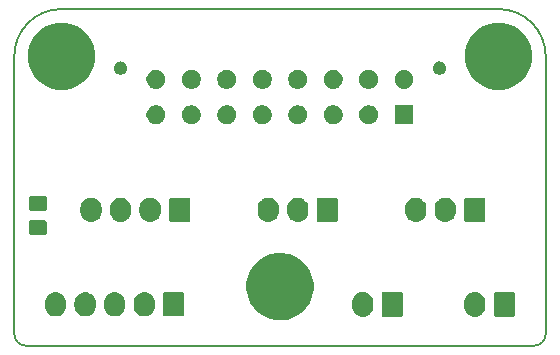
<source format=gts>
%TF.GenerationSoftware,KiCad,Pcbnew,5.0.2+dfsg1-1*%
%TF.CreationDate,2022-04-03T13:41:23+09:00*%
%TF.ProjectId,toolhead-board,746f6f6c-6865-4616-942d-626f6172642e,rev?*%
%TF.SameCoordinates,Original*%
%TF.FileFunction,Soldermask,Top*%
%TF.FilePolarity,Negative*%
%FSLAX46Y46*%
G04 Gerber Fmt 4.6, Leading zero omitted, Abs format (unit mm)*
G04 Created by KiCad (PCBNEW 5.0.2+dfsg1-1) date Sun 03 Apr 2022 01:41:23 PM JST*
%MOMM*%
%LPD*%
G01*
G04 APERTURE LIST*
%ADD10C,0.150000*%
%ADD11C,0.100000*%
G04 APERTURE END LIST*
D10*
X165000000Y-98500000D02*
G75*
G02X164000000Y-99500000I-1000000J0D01*
G01*
X121000000Y-99500000D02*
G75*
G02X120000000Y-98500000I0J1000000D01*
G01*
X161000000Y-71000000D02*
G75*
G02X165000000Y-75000000I0J-4000000D01*
G01*
X120000000Y-75000000D02*
G75*
G02X124000000Y-71000000I4000000J0D01*
G01*
X120000000Y-75000000D02*
X120000000Y-98500000D01*
X161000000Y-71000000D02*
X124000000Y-71000000D01*
X165000000Y-98500000D02*
X165000000Y-75000000D01*
X121000000Y-99500000D02*
X164000000Y-99500000D01*
D11*
G36*
X143056202Y-91703781D02*
X143331606Y-91758562D01*
X143850455Y-91973476D01*
X144314259Y-92283380D01*
X144317410Y-92285486D01*
X144714514Y-92682590D01*
X144714516Y-92682593D01*
X145026524Y-93149545D01*
X145026524Y-93149546D01*
X145241438Y-93668395D01*
X145351000Y-94219200D01*
X145351000Y-94780800D01*
X145308659Y-94993661D01*
X145241438Y-95331606D01*
X145026524Y-95850455D01*
X144813505Y-96169260D01*
X144714514Y-96317410D01*
X144317410Y-96714514D01*
X144317407Y-96714516D01*
X143850455Y-97026524D01*
X143331606Y-97241438D01*
X143056202Y-97296219D01*
X142780800Y-97351000D01*
X142219200Y-97351000D01*
X141668394Y-97241438D01*
X141149545Y-97026524D01*
X140682593Y-96714516D01*
X140682590Y-96714514D01*
X140285486Y-96317410D01*
X140186495Y-96169260D01*
X139973476Y-95850455D01*
X139758562Y-95331606D01*
X139691341Y-94993661D01*
X139649000Y-94780800D01*
X139649000Y-94219200D01*
X139758562Y-93668395D01*
X139973476Y-93149546D01*
X139973476Y-93149545D01*
X140285484Y-92682593D01*
X140285486Y-92682590D01*
X140682590Y-92285486D01*
X140685741Y-92283380D01*
X141149545Y-91973476D01*
X141668394Y-91758562D01*
X142219200Y-91649000D01*
X142780800Y-91649000D01*
X143056202Y-91703781D01*
X143056202Y-91703781D01*
G37*
G36*
X149676627Y-94962037D02*
X149782562Y-94994172D01*
X149846467Y-95013557D01*
X149977040Y-95083351D01*
X150002991Y-95097222D01*
X150026359Y-95116400D01*
X150140186Y-95209814D01*
X150223448Y-95311271D01*
X150252778Y-95347009D01*
X150336443Y-95503534D01*
X150387963Y-95673374D01*
X150401000Y-95805743D01*
X150401000Y-96194258D01*
X150387963Y-96326627D01*
X150353616Y-96439853D01*
X150336443Y-96496467D01*
X150266142Y-96627989D01*
X150252778Y-96652991D01*
X150223448Y-96688729D01*
X150140186Y-96790186D01*
X150002989Y-96902779D01*
X149846466Y-96986443D01*
X149815929Y-96995706D01*
X149676626Y-97037963D01*
X149500000Y-97055359D01*
X149323373Y-97037963D01*
X149184070Y-96995706D01*
X149153533Y-96986443D01*
X148997011Y-96902779D01*
X148997009Y-96902778D01*
X148947822Y-96862411D01*
X148859814Y-96790186D01*
X148747221Y-96652989D01*
X148663557Y-96496466D01*
X148646384Y-96439852D01*
X148612037Y-96326626D01*
X148599000Y-96194257D01*
X148599000Y-95805742D01*
X148612037Y-95673373D01*
X148655973Y-95528534D01*
X148663557Y-95503533D01*
X148747222Y-95347008D01*
X148859812Y-95209817D01*
X148954750Y-95131904D01*
X148997010Y-95097222D01*
X149022961Y-95083351D01*
X149153534Y-95013557D01*
X149217439Y-94994172D01*
X149323374Y-94962037D01*
X149500000Y-94944641D01*
X149676627Y-94962037D01*
X149676627Y-94962037D01*
G37*
G36*
X159176627Y-94962037D02*
X159282562Y-94994172D01*
X159346467Y-95013557D01*
X159477040Y-95083351D01*
X159502991Y-95097222D01*
X159526359Y-95116400D01*
X159640186Y-95209814D01*
X159723448Y-95311271D01*
X159752778Y-95347009D01*
X159836443Y-95503534D01*
X159887963Y-95673374D01*
X159901000Y-95805743D01*
X159901000Y-96194258D01*
X159887963Y-96326627D01*
X159853616Y-96439853D01*
X159836443Y-96496467D01*
X159766142Y-96627989D01*
X159752778Y-96652991D01*
X159723448Y-96688729D01*
X159640186Y-96790186D01*
X159502989Y-96902779D01*
X159346466Y-96986443D01*
X159315929Y-96995706D01*
X159176626Y-97037963D01*
X159000000Y-97055359D01*
X158823373Y-97037963D01*
X158684070Y-96995706D01*
X158653533Y-96986443D01*
X158497011Y-96902779D01*
X158497009Y-96902778D01*
X158447822Y-96862411D01*
X158359814Y-96790186D01*
X158247221Y-96652989D01*
X158163557Y-96496466D01*
X158146384Y-96439852D01*
X158112037Y-96326626D01*
X158099000Y-96194257D01*
X158099000Y-95805742D01*
X158112037Y-95673373D01*
X158155973Y-95528534D01*
X158163557Y-95503533D01*
X158247222Y-95347008D01*
X158359812Y-95209817D01*
X158454750Y-95131904D01*
X158497010Y-95097222D01*
X158522961Y-95083351D01*
X158653534Y-95013557D01*
X158717439Y-94994172D01*
X158823374Y-94962037D01*
X159000000Y-94944641D01*
X159176627Y-94962037D01*
X159176627Y-94962037D01*
G37*
G36*
X162258600Y-94952989D02*
X162291649Y-94963014D01*
X162322106Y-94979294D01*
X162348799Y-95001201D01*
X162370706Y-95027894D01*
X162386986Y-95058351D01*
X162397011Y-95091400D01*
X162401000Y-95131904D01*
X162401000Y-96868096D01*
X162397011Y-96908600D01*
X162386986Y-96941649D01*
X162370706Y-96972106D01*
X162348799Y-96998799D01*
X162322106Y-97020706D01*
X162291649Y-97036986D01*
X162258600Y-97047011D01*
X162218096Y-97051000D01*
X160781904Y-97051000D01*
X160741400Y-97047011D01*
X160708351Y-97036986D01*
X160677894Y-97020706D01*
X160651201Y-96998799D01*
X160629294Y-96972106D01*
X160613014Y-96941649D01*
X160602989Y-96908600D01*
X160599000Y-96868096D01*
X160599000Y-95131904D01*
X160602989Y-95091400D01*
X160613014Y-95058351D01*
X160629294Y-95027894D01*
X160651201Y-95001201D01*
X160677894Y-94979294D01*
X160708351Y-94963014D01*
X160741400Y-94952989D01*
X160781904Y-94949000D01*
X162218096Y-94949000D01*
X162258600Y-94952989D01*
X162258600Y-94952989D01*
G37*
G36*
X152758600Y-94952989D02*
X152791649Y-94963014D01*
X152822106Y-94979294D01*
X152848799Y-95001201D01*
X152870706Y-95027894D01*
X152886986Y-95058351D01*
X152897011Y-95091400D01*
X152901000Y-95131904D01*
X152901000Y-96868096D01*
X152897011Y-96908600D01*
X152886986Y-96941649D01*
X152870706Y-96972106D01*
X152848799Y-96998799D01*
X152822106Y-97020706D01*
X152791649Y-97036986D01*
X152758600Y-97047011D01*
X152718096Y-97051000D01*
X151281904Y-97051000D01*
X151241400Y-97047011D01*
X151208351Y-97036986D01*
X151177894Y-97020706D01*
X151151201Y-96998799D01*
X151129294Y-96972106D01*
X151113014Y-96941649D01*
X151102989Y-96908600D01*
X151099000Y-96868096D01*
X151099000Y-95131904D01*
X151102989Y-95091400D01*
X151113014Y-95058351D01*
X151129294Y-95027894D01*
X151151201Y-95001201D01*
X151177894Y-94979294D01*
X151208351Y-94963014D01*
X151241400Y-94952989D01*
X151281904Y-94949000D01*
X152718096Y-94949000D01*
X152758600Y-94952989D01*
X152758600Y-94952989D01*
G37*
G36*
X126176627Y-94987037D02*
X126289853Y-95021384D01*
X126346467Y-95038557D01*
X126456218Y-95097221D01*
X126502991Y-95122222D01*
X126538729Y-95151552D01*
X126640186Y-95234814D01*
X126719619Y-95331605D01*
X126752778Y-95372009D01*
X126836443Y-95528534D01*
X126887963Y-95698374D01*
X126887963Y-95698376D01*
X126898538Y-95805740D01*
X126901000Y-95830743D01*
X126901000Y-96169258D01*
X126887963Y-96301627D01*
X126880379Y-96326627D01*
X126836443Y-96471467D01*
X126823080Y-96496467D01*
X126752778Y-96627991D01*
X126732262Y-96652990D01*
X126640186Y-96765186D01*
X126502989Y-96877779D01*
X126346466Y-96961443D01*
X126311314Y-96972106D01*
X126176626Y-97012963D01*
X126000000Y-97030359D01*
X125823373Y-97012963D01*
X125688685Y-96972106D01*
X125653533Y-96961443D01*
X125497011Y-96877779D01*
X125497009Y-96877778D01*
X125448173Y-96837699D01*
X125359814Y-96765186D01*
X125247221Y-96627989D01*
X125163557Y-96471466D01*
X125119621Y-96326626D01*
X125112037Y-96301626D01*
X125105519Y-96235442D01*
X125099000Y-96169259D01*
X125099000Y-95830740D01*
X125112037Y-95698375D01*
X125112037Y-95698373D01*
X125163557Y-95528534D01*
X125163557Y-95528533D01*
X125247222Y-95372008D01*
X125359812Y-95234817D01*
X125454750Y-95156904D01*
X125497010Y-95122222D01*
X125543783Y-95097221D01*
X125653534Y-95038557D01*
X125710148Y-95021384D01*
X125823374Y-94987037D01*
X126000000Y-94969641D01*
X126176627Y-94987037D01*
X126176627Y-94987037D01*
G37*
G36*
X128676627Y-94987037D02*
X128789853Y-95021384D01*
X128846467Y-95038557D01*
X128956218Y-95097221D01*
X129002991Y-95122222D01*
X129038729Y-95151552D01*
X129140186Y-95234814D01*
X129219619Y-95331605D01*
X129252778Y-95372009D01*
X129336443Y-95528534D01*
X129387963Y-95698374D01*
X129387963Y-95698376D01*
X129398538Y-95805740D01*
X129401000Y-95830743D01*
X129401000Y-96169258D01*
X129387963Y-96301627D01*
X129380379Y-96326627D01*
X129336443Y-96471467D01*
X129323080Y-96496467D01*
X129252778Y-96627991D01*
X129232262Y-96652990D01*
X129140186Y-96765186D01*
X129002989Y-96877779D01*
X128846466Y-96961443D01*
X128811314Y-96972106D01*
X128676626Y-97012963D01*
X128500000Y-97030359D01*
X128323373Y-97012963D01*
X128188685Y-96972106D01*
X128153533Y-96961443D01*
X127997011Y-96877779D01*
X127997009Y-96877778D01*
X127948173Y-96837699D01*
X127859814Y-96765186D01*
X127747221Y-96627989D01*
X127663557Y-96471466D01*
X127619621Y-96326626D01*
X127612037Y-96301626D01*
X127605519Y-96235442D01*
X127599000Y-96169259D01*
X127599000Y-95830740D01*
X127612037Y-95698375D01*
X127612037Y-95698373D01*
X127663557Y-95528534D01*
X127663557Y-95528533D01*
X127747222Y-95372008D01*
X127859812Y-95234817D01*
X127954750Y-95156904D01*
X127997010Y-95122222D01*
X128043783Y-95097221D01*
X128153534Y-95038557D01*
X128210148Y-95021384D01*
X128323374Y-94987037D01*
X128500000Y-94969641D01*
X128676627Y-94987037D01*
X128676627Y-94987037D01*
G37*
G36*
X131176627Y-94987037D02*
X131289853Y-95021384D01*
X131346467Y-95038557D01*
X131456218Y-95097221D01*
X131502991Y-95122222D01*
X131538729Y-95151552D01*
X131640186Y-95234814D01*
X131719619Y-95331605D01*
X131752778Y-95372009D01*
X131836443Y-95528534D01*
X131887963Y-95698374D01*
X131887963Y-95698376D01*
X131898538Y-95805740D01*
X131901000Y-95830743D01*
X131901000Y-96169258D01*
X131887963Y-96301627D01*
X131880379Y-96326627D01*
X131836443Y-96471467D01*
X131823080Y-96496467D01*
X131752778Y-96627991D01*
X131732262Y-96652990D01*
X131640186Y-96765186D01*
X131502989Y-96877779D01*
X131346466Y-96961443D01*
X131311314Y-96972106D01*
X131176626Y-97012963D01*
X131000000Y-97030359D01*
X130823373Y-97012963D01*
X130688685Y-96972106D01*
X130653533Y-96961443D01*
X130497011Y-96877779D01*
X130497009Y-96877778D01*
X130448173Y-96837699D01*
X130359814Y-96765186D01*
X130247221Y-96627989D01*
X130163557Y-96471466D01*
X130119621Y-96326626D01*
X130112037Y-96301626D01*
X130105519Y-96235442D01*
X130099000Y-96169259D01*
X130099000Y-95830740D01*
X130112037Y-95698375D01*
X130112037Y-95698373D01*
X130163557Y-95528534D01*
X130163557Y-95528533D01*
X130247222Y-95372008D01*
X130359812Y-95234817D01*
X130454750Y-95156904D01*
X130497010Y-95122222D01*
X130543783Y-95097221D01*
X130653534Y-95038557D01*
X130710148Y-95021384D01*
X130823374Y-94987037D01*
X131000000Y-94969641D01*
X131176627Y-94987037D01*
X131176627Y-94987037D01*
G37*
G36*
X123676627Y-94987037D02*
X123789853Y-95021384D01*
X123846467Y-95038557D01*
X123956218Y-95097221D01*
X124002991Y-95122222D01*
X124038729Y-95151552D01*
X124140186Y-95234814D01*
X124219619Y-95331605D01*
X124252778Y-95372009D01*
X124336443Y-95528534D01*
X124387963Y-95698374D01*
X124387963Y-95698376D01*
X124398538Y-95805740D01*
X124401000Y-95830743D01*
X124401000Y-96169258D01*
X124387963Y-96301627D01*
X124380379Y-96326627D01*
X124336443Y-96471467D01*
X124323080Y-96496467D01*
X124252778Y-96627991D01*
X124232262Y-96652990D01*
X124140186Y-96765186D01*
X124002989Y-96877779D01*
X123846466Y-96961443D01*
X123811314Y-96972106D01*
X123676626Y-97012963D01*
X123500000Y-97030359D01*
X123323373Y-97012963D01*
X123188685Y-96972106D01*
X123153533Y-96961443D01*
X122997011Y-96877779D01*
X122997009Y-96877778D01*
X122948173Y-96837699D01*
X122859814Y-96765186D01*
X122747221Y-96627989D01*
X122663557Y-96471466D01*
X122619621Y-96326626D01*
X122612037Y-96301626D01*
X122605519Y-96235442D01*
X122599000Y-96169259D01*
X122599000Y-95830740D01*
X122612037Y-95698375D01*
X122612037Y-95698373D01*
X122663557Y-95528534D01*
X122663557Y-95528533D01*
X122747222Y-95372008D01*
X122859812Y-95234817D01*
X122954750Y-95156904D01*
X122997010Y-95122222D01*
X123043783Y-95097221D01*
X123153534Y-95038557D01*
X123210148Y-95021384D01*
X123323374Y-94987037D01*
X123500000Y-94969641D01*
X123676627Y-94987037D01*
X123676627Y-94987037D01*
G37*
G36*
X134258600Y-94977989D02*
X134291649Y-94988014D01*
X134322106Y-95004294D01*
X134348799Y-95026201D01*
X134370706Y-95052894D01*
X134386986Y-95083351D01*
X134397011Y-95116400D01*
X134401000Y-95156904D01*
X134401000Y-96843096D01*
X134397011Y-96883600D01*
X134386986Y-96916649D01*
X134370706Y-96947106D01*
X134348799Y-96973799D01*
X134322106Y-96995706D01*
X134291649Y-97011986D01*
X134258600Y-97022011D01*
X134218096Y-97026000D01*
X132781904Y-97026000D01*
X132741400Y-97022011D01*
X132708351Y-97011986D01*
X132677894Y-96995706D01*
X132651201Y-96973799D01*
X132629294Y-96947106D01*
X132613014Y-96916649D01*
X132602989Y-96883600D01*
X132599000Y-96843096D01*
X132599000Y-95156904D01*
X132602989Y-95116400D01*
X132613014Y-95083351D01*
X132629294Y-95052894D01*
X132651201Y-95026201D01*
X132677894Y-95004294D01*
X132708351Y-94988014D01*
X132741400Y-94977989D01*
X132781904Y-94974000D01*
X134218096Y-94974000D01*
X134258600Y-94977989D01*
X134258600Y-94977989D01*
G37*
G36*
X122588677Y-88878465D02*
X122626364Y-88889898D01*
X122661103Y-88908466D01*
X122691548Y-88933452D01*
X122716534Y-88963897D01*
X122735102Y-88998636D01*
X122746535Y-89036323D01*
X122751000Y-89081661D01*
X122751000Y-89918339D01*
X122746535Y-89963677D01*
X122735102Y-90001364D01*
X122716534Y-90036103D01*
X122691548Y-90066548D01*
X122661103Y-90091534D01*
X122626364Y-90110102D01*
X122588677Y-90121535D01*
X122543339Y-90126000D01*
X121456661Y-90126000D01*
X121411323Y-90121535D01*
X121373636Y-90110102D01*
X121338897Y-90091534D01*
X121308452Y-90066548D01*
X121283466Y-90036103D01*
X121264898Y-90001364D01*
X121253465Y-89963677D01*
X121249000Y-89918339D01*
X121249000Y-89081661D01*
X121253465Y-89036323D01*
X121264898Y-88998636D01*
X121283466Y-88963897D01*
X121308452Y-88933452D01*
X121338897Y-88908466D01*
X121373636Y-88889898D01*
X121411323Y-88878465D01*
X121456661Y-88874000D01*
X122543339Y-88874000D01*
X122588677Y-88878465D01*
X122588677Y-88878465D01*
G37*
G36*
X131676627Y-86987037D02*
X131789853Y-87021384D01*
X131846467Y-87038557D01*
X131954257Y-87096173D01*
X132002991Y-87122222D01*
X132038729Y-87151552D01*
X132140186Y-87234814D01*
X132223448Y-87336271D01*
X132252778Y-87372009D01*
X132336443Y-87528534D01*
X132387963Y-87698374D01*
X132401000Y-87830743D01*
X132401000Y-88169258D01*
X132387963Y-88301627D01*
X132353616Y-88414853D01*
X132336443Y-88471467D01*
X132262348Y-88610087D01*
X132252778Y-88627991D01*
X132223448Y-88663729D01*
X132140186Y-88765186D01*
X132002989Y-88877779D01*
X131846466Y-88961443D01*
X131805733Y-88973799D01*
X131676626Y-89012963D01*
X131500000Y-89030359D01*
X131323373Y-89012963D01*
X131194266Y-88973799D01*
X131153533Y-88961443D01*
X131007901Y-88883600D01*
X130997009Y-88877778D01*
X130954749Y-88843096D01*
X130859814Y-88765186D01*
X130747221Y-88627989D01*
X130663557Y-88471466D01*
X130646384Y-88414852D01*
X130612037Y-88301626D01*
X130599000Y-88169257D01*
X130599000Y-87830742D01*
X130612037Y-87698373D01*
X130663557Y-87528534D01*
X130663557Y-87528533D01*
X130747222Y-87372008D01*
X130859812Y-87234817D01*
X130954750Y-87156904D01*
X130997010Y-87122222D01*
X131045744Y-87096173D01*
X131153534Y-87038557D01*
X131210148Y-87021384D01*
X131323374Y-86987037D01*
X131500000Y-86969641D01*
X131676627Y-86987037D01*
X131676627Y-86987037D01*
G37*
G36*
X154176627Y-86987037D02*
X154289853Y-87021384D01*
X154346467Y-87038557D01*
X154454257Y-87096173D01*
X154502991Y-87122222D01*
X154538729Y-87151552D01*
X154640186Y-87234814D01*
X154723448Y-87336271D01*
X154752778Y-87372009D01*
X154836443Y-87528534D01*
X154887963Y-87698374D01*
X154901000Y-87830743D01*
X154901000Y-88169258D01*
X154887963Y-88301627D01*
X154853616Y-88414853D01*
X154836443Y-88471467D01*
X154762348Y-88610087D01*
X154752778Y-88627991D01*
X154723448Y-88663729D01*
X154640186Y-88765186D01*
X154502989Y-88877779D01*
X154346466Y-88961443D01*
X154305733Y-88973799D01*
X154176626Y-89012963D01*
X154000000Y-89030359D01*
X153823373Y-89012963D01*
X153694266Y-88973799D01*
X153653533Y-88961443D01*
X153507901Y-88883600D01*
X153497009Y-88877778D01*
X153454749Y-88843096D01*
X153359814Y-88765186D01*
X153247221Y-88627989D01*
X153163557Y-88471466D01*
X153146384Y-88414852D01*
X153112037Y-88301626D01*
X153099000Y-88169257D01*
X153099000Y-87830742D01*
X153112037Y-87698373D01*
X153163557Y-87528534D01*
X153163557Y-87528533D01*
X153247222Y-87372008D01*
X153359812Y-87234817D01*
X153454750Y-87156904D01*
X153497010Y-87122222D01*
X153545744Y-87096173D01*
X153653534Y-87038557D01*
X153710148Y-87021384D01*
X153823374Y-86987037D01*
X154000000Y-86969641D01*
X154176627Y-86987037D01*
X154176627Y-86987037D01*
G37*
G36*
X156676627Y-86987037D02*
X156789853Y-87021384D01*
X156846467Y-87038557D01*
X156954257Y-87096173D01*
X157002991Y-87122222D01*
X157038729Y-87151552D01*
X157140186Y-87234814D01*
X157223448Y-87336271D01*
X157252778Y-87372009D01*
X157336443Y-87528534D01*
X157387963Y-87698374D01*
X157401000Y-87830743D01*
X157401000Y-88169258D01*
X157387963Y-88301627D01*
X157353616Y-88414853D01*
X157336443Y-88471467D01*
X157262348Y-88610087D01*
X157252778Y-88627991D01*
X157223448Y-88663729D01*
X157140186Y-88765186D01*
X157002989Y-88877779D01*
X156846466Y-88961443D01*
X156805733Y-88973799D01*
X156676626Y-89012963D01*
X156500000Y-89030359D01*
X156323373Y-89012963D01*
X156194266Y-88973799D01*
X156153533Y-88961443D01*
X156007901Y-88883600D01*
X155997009Y-88877778D01*
X155954749Y-88843096D01*
X155859814Y-88765186D01*
X155747221Y-88627989D01*
X155663557Y-88471466D01*
X155646384Y-88414852D01*
X155612037Y-88301626D01*
X155599000Y-88169257D01*
X155599000Y-87830742D01*
X155612037Y-87698373D01*
X155663557Y-87528534D01*
X155663557Y-87528533D01*
X155747222Y-87372008D01*
X155859812Y-87234817D01*
X155954750Y-87156904D01*
X155997010Y-87122222D01*
X156045744Y-87096173D01*
X156153534Y-87038557D01*
X156210148Y-87021384D01*
X156323374Y-86987037D01*
X156500000Y-86969641D01*
X156676627Y-86987037D01*
X156676627Y-86987037D01*
G37*
G36*
X126676627Y-86987037D02*
X126789853Y-87021384D01*
X126846467Y-87038557D01*
X126954257Y-87096173D01*
X127002991Y-87122222D01*
X127038729Y-87151552D01*
X127140186Y-87234814D01*
X127223448Y-87336271D01*
X127252778Y-87372009D01*
X127336443Y-87528534D01*
X127387963Y-87698374D01*
X127401000Y-87830743D01*
X127401000Y-88169258D01*
X127387963Y-88301627D01*
X127353616Y-88414853D01*
X127336443Y-88471467D01*
X127262348Y-88610087D01*
X127252778Y-88627991D01*
X127223448Y-88663729D01*
X127140186Y-88765186D01*
X127002989Y-88877779D01*
X126846466Y-88961443D01*
X126805733Y-88973799D01*
X126676626Y-89012963D01*
X126500000Y-89030359D01*
X126323373Y-89012963D01*
X126194266Y-88973799D01*
X126153533Y-88961443D01*
X126007901Y-88883600D01*
X125997009Y-88877778D01*
X125954749Y-88843096D01*
X125859814Y-88765186D01*
X125747221Y-88627989D01*
X125663557Y-88471466D01*
X125646384Y-88414852D01*
X125612037Y-88301626D01*
X125599000Y-88169257D01*
X125599000Y-87830742D01*
X125612037Y-87698373D01*
X125663557Y-87528534D01*
X125663557Y-87528533D01*
X125747222Y-87372008D01*
X125859812Y-87234817D01*
X125954750Y-87156904D01*
X125997010Y-87122222D01*
X126045744Y-87096173D01*
X126153534Y-87038557D01*
X126210148Y-87021384D01*
X126323374Y-86987037D01*
X126500000Y-86969641D01*
X126676627Y-86987037D01*
X126676627Y-86987037D01*
G37*
G36*
X144176627Y-86987037D02*
X144289853Y-87021384D01*
X144346467Y-87038557D01*
X144454257Y-87096173D01*
X144502991Y-87122222D01*
X144538729Y-87151552D01*
X144640186Y-87234814D01*
X144723448Y-87336271D01*
X144752778Y-87372009D01*
X144836443Y-87528534D01*
X144887963Y-87698374D01*
X144901000Y-87830743D01*
X144901000Y-88169258D01*
X144887963Y-88301627D01*
X144853616Y-88414853D01*
X144836443Y-88471467D01*
X144762348Y-88610087D01*
X144752778Y-88627991D01*
X144723448Y-88663729D01*
X144640186Y-88765186D01*
X144502989Y-88877779D01*
X144346466Y-88961443D01*
X144305733Y-88973799D01*
X144176626Y-89012963D01*
X144000000Y-89030359D01*
X143823373Y-89012963D01*
X143694266Y-88973799D01*
X143653533Y-88961443D01*
X143507901Y-88883600D01*
X143497009Y-88877778D01*
X143454749Y-88843096D01*
X143359814Y-88765186D01*
X143247221Y-88627989D01*
X143163557Y-88471466D01*
X143146384Y-88414852D01*
X143112037Y-88301626D01*
X143099000Y-88169257D01*
X143099000Y-87830742D01*
X143112037Y-87698373D01*
X143163557Y-87528534D01*
X143163557Y-87528533D01*
X143247222Y-87372008D01*
X143359812Y-87234817D01*
X143454750Y-87156904D01*
X143497010Y-87122222D01*
X143545744Y-87096173D01*
X143653534Y-87038557D01*
X143710148Y-87021384D01*
X143823374Y-86987037D01*
X144000000Y-86969641D01*
X144176627Y-86987037D01*
X144176627Y-86987037D01*
G37*
G36*
X141676627Y-86987037D02*
X141789853Y-87021384D01*
X141846467Y-87038557D01*
X141954257Y-87096173D01*
X142002991Y-87122222D01*
X142038729Y-87151552D01*
X142140186Y-87234814D01*
X142223448Y-87336271D01*
X142252778Y-87372009D01*
X142336443Y-87528534D01*
X142387963Y-87698374D01*
X142401000Y-87830743D01*
X142401000Y-88169258D01*
X142387963Y-88301627D01*
X142353616Y-88414853D01*
X142336443Y-88471467D01*
X142262348Y-88610087D01*
X142252778Y-88627991D01*
X142223448Y-88663729D01*
X142140186Y-88765186D01*
X142002989Y-88877779D01*
X141846466Y-88961443D01*
X141805733Y-88973799D01*
X141676626Y-89012963D01*
X141500000Y-89030359D01*
X141323373Y-89012963D01*
X141194266Y-88973799D01*
X141153533Y-88961443D01*
X141007901Y-88883600D01*
X140997009Y-88877778D01*
X140954749Y-88843096D01*
X140859814Y-88765186D01*
X140747221Y-88627989D01*
X140663557Y-88471466D01*
X140646384Y-88414852D01*
X140612037Y-88301626D01*
X140599000Y-88169257D01*
X140599000Y-87830742D01*
X140612037Y-87698373D01*
X140663557Y-87528534D01*
X140663557Y-87528533D01*
X140747222Y-87372008D01*
X140859812Y-87234817D01*
X140954750Y-87156904D01*
X140997010Y-87122222D01*
X141045744Y-87096173D01*
X141153534Y-87038557D01*
X141210148Y-87021384D01*
X141323374Y-86987037D01*
X141500000Y-86969641D01*
X141676627Y-86987037D01*
X141676627Y-86987037D01*
G37*
G36*
X129176627Y-86987037D02*
X129289853Y-87021384D01*
X129346467Y-87038557D01*
X129454257Y-87096173D01*
X129502991Y-87122222D01*
X129538729Y-87151552D01*
X129640186Y-87234814D01*
X129723448Y-87336271D01*
X129752778Y-87372009D01*
X129836443Y-87528534D01*
X129887963Y-87698374D01*
X129901000Y-87830743D01*
X129901000Y-88169258D01*
X129887963Y-88301627D01*
X129853616Y-88414853D01*
X129836443Y-88471467D01*
X129762348Y-88610087D01*
X129752778Y-88627991D01*
X129723448Y-88663729D01*
X129640186Y-88765186D01*
X129502989Y-88877779D01*
X129346466Y-88961443D01*
X129305733Y-88973799D01*
X129176626Y-89012963D01*
X129000000Y-89030359D01*
X128823373Y-89012963D01*
X128694266Y-88973799D01*
X128653533Y-88961443D01*
X128507901Y-88883600D01*
X128497009Y-88877778D01*
X128454749Y-88843096D01*
X128359814Y-88765186D01*
X128247221Y-88627989D01*
X128163557Y-88471466D01*
X128146384Y-88414852D01*
X128112037Y-88301626D01*
X128099000Y-88169257D01*
X128099000Y-87830742D01*
X128112037Y-87698373D01*
X128163557Y-87528534D01*
X128163557Y-87528533D01*
X128247222Y-87372008D01*
X128359812Y-87234817D01*
X128454750Y-87156904D01*
X128497010Y-87122222D01*
X128545744Y-87096173D01*
X128653534Y-87038557D01*
X128710148Y-87021384D01*
X128823374Y-86987037D01*
X129000000Y-86969641D01*
X129176627Y-86987037D01*
X129176627Y-86987037D01*
G37*
G36*
X159758600Y-86977989D02*
X159791649Y-86988014D01*
X159822106Y-87004294D01*
X159848799Y-87026201D01*
X159870706Y-87052894D01*
X159886986Y-87083351D01*
X159897011Y-87116400D01*
X159901000Y-87156904D01*
X159901000Y-88843096D01*
X159897011Y-88883600D01*
X159886986Y-88916649D01*
X159870706Y-88947106D01*
X159848799Y-88973799D01*
X159822106Y-88995706D01*
X159791649Y-89011986D01*
X159758600Y-89022011D01*
X159718096Y-89026000D01*
X158281904Y-89026000D01*
X158241400Y-89022011D01*
X158208351Y-89011986D01*
X158177894Y-88995706D01*
X158151201Y-88973799D01*
X158129294Y-88947106D01*
X158113014Y-88916649D01*
X158102989Y-88883600D01*
X158099000Y-88843096D01*
X158099000Y-87156904D01*
X158102989Y-87116400D01*
X158113014Y-87083351D01*
X158129294Y-87052894D01*
X158151201Y-87026201D01*
X158177894Y-87004294D01*
X158208351Y-86988014D01*
X158241400Y-86977989D01*
X158281904Y-86974000D01*
X159718096Y-86974000D01*
X159758600Y-86977989D01*
X159758600Y-86977989D01*
G37*
G36*
X147258600Y-86977989D02*
X147291649Y-86988014D01*
X147322106Y-87004294D01*
X147348799Y-87026201D01*
X147370706Y-87052894D01*
X147386986Y-87083351D01*
X147397011Y-87116400D01*
X147401000Y-87156904D01*
X147401000Y-88843096D01*
X147397011Y-88883600D01*
X147386986Y-88916649D01*
X147370706Y-88947106D01*
X147348799Y-88973799D01*
X147322106Y-88995706D01*
X147291649Y-89011986D01*
X147258600Y-89022011D01*
X147218096Y-89026000D01*
X145781904Y-89026000D01*
X145741400Y-89022011D01*
X145708351Y-89011986D01*
X145677894Y-88995706D01*
X145651201Y-88973799D01*
X145629294Y-88947106D01*
X145613014Y-88916649D01*
X145602989Y-88883600D01*
X145599000Y-88843096D01*
X145599000Y-87156904D01*
X145602989Y-87116400D01*
X145613014Y-87083351D01*
X145629294Y-87052894D01*
X145651201Y-87026201D01*
X145677894Y-87004294D01*
X145708351Y-86988014D01*
X145741400Y-86977989D01*
X145781904Y-86974000D01*
X147218096Y-86974000D01*
X147258600Y-86977989D01*
X147258600Y-86977989D01*
G37*
G36*
X134758600Y-86977989D02*
X134791649Y-86988014D01*
X134822106Y-87004294D01*
X134848799Y-87026201D01*
X134870706Y-87052894D01*
X134886986Y-87083351D01*
X134897011Y-87116400D01*
X134901000Y-87156904D01*
X134901000Y-88843096D01*
X134897011Y-88883600D01*
X134886986Y-88916649D01*
X134870706Y-88947106D01*
X134848799Y-88973799D01*
X134822106Y-88995706D01*
X134791649Y-89011986D01*
X134758600Y-89022011D01*
X134718096Y-89026000D01*
X133281904Y-89026000D01*
X133241400Y-89022011D01*
X133208351Y-89011986D01*
X133177894Y-88995706D01*
X133151201Y-88973799D01*
X133129294Y-88947106D01*
X133113014Y-88916649D01*
X133102989Y-88883600D01*
X133099000Y-88843096D01*
X133099000Y-87156904D01*
X133102989Y-87116400D01*
X133113014Y-87083351D01*
X133129294Y-87052894D01*
X133151201Y-87026201D01*
X133177894Y-87004294D01*
X133208351Y-86988014D01*
X133241400Y-86977989D01*
X133281904Y-86974000D01*
X134718096Y-86974000D01*
X134758600Y-86977989D01*
X134758600Y-86977989D01*
G37*
G36*
X122588677Y-86828465D02*
X122626364Y-86839898D01*
X122661103Y-86858466D01*
X122691548Y-86883452D01*
X122716534Y-86913897D01*
X122735102Y-86948636D01*
X122746535Y-86986323D01*
X122751000Y-87031661D01*
X122751000Y-87868339D01*
X122746535Y-87913677D01*
X122735102Y-87951364D01*
X122716534Y-87986103D01*
X122691548Y-88016548D01*
X122661103Y-88041534D01*
X122626364Y-88060102D01*
X122588677Y-88071535D01*
X122543339Y-88076000D01*
X121456661Y-88076000D01*
X121411323Y-88071535D01*
X121373636Y-88060102D01*
X121338897Y-88041534D01*
X121308452Y-88016548D01*
X121283466Y-87986103D01*
X121264898Y-87951364D01*
X121253465Y-87913677D01*
X121249000Y-87868339D01*
X121249000Y-87031661D01*
X121253465Y-86986323D01*
X121264898Y-86948636D01*
X121283466Y-86913897D01*
X121308452Y-86883452D01*
X121338897Y-86858466D01*
X121373636Y-86839898D01*
X121411323Y-86828465D01*
X121456661Y-86824000D01*
X122543339Y-86824000D01*
X122588677Y-86828465D01*
X122588677Y-86828465D01*
G37*
G36*
X132140836Y-79151066D02*
X132233716Y-79169541D01*
X132379534Y-79229941D01*
X132379535Y-79229942D01*
X132510770Y-79317630D01*
X132622370Y-79429230D01*
X132622372Y-79429233D01*
X132710059Y-79560466D01*
X132770459Y-79706284D01*
X132801250Y-79861084D01*
X132801250Y-80018916D01*
X132770459Y-80173716D01*
X132710059Y-80319534D01*
X132710058Y-80319535D01*
X132622370Y-80450770D01*
X132510770Y-80562370D01*
X132510767Y-80562372D01*
X132379534Y-80650059D01*
X132233716Y-80710459D01*
X132140836Y-80728934D01*
X132078918Y-80741250D01*
X131921082Y-80741250D01*
X131859164Y-80728934D01*
X131766284Y-80710459D01*
X131620466Y-80650059D01*
X131489233Y-80562372D01*
X131489230Y-80562370D01*
X131377630Y-80450770D01*
X131289942Y-80319535D01*
X131289941Y-80319534D01*
X131229541Y-80173716D01*
X131198750Y-80018916D01*
X131198750Y-79861084D01*
X131229541Y-79706284D01*
X131289941Y-79560466D01*
X131377628Y-79429233D01*
X131377630Y-79429230D01*
X131489230Y-79317630D01*
X131620465Y-79229942D01*
X131620466Y-79229941D01*
X131766284Y-79169541D01*
X131859164Y-79151066D01*
X131921082Y-79138750D01*
X132078918Y-79138750D01*
X132140836Y-79151066D01*
X132140836Y-79151066D01*
G37*
G36*
X153801244Y-80741250D02*
X152198744Y-80741250D01*
X152198744Y-79138750D01*
X153801244Y-79138750D01*
X153801244Y-80741250D01*
X153801244Y-80741250D01*
G37*
G36*
X147140832Y-79151066D02*
X147233712Y-79169541D01*
X147379530Y-79229941D01*
X147379531Y-79229942D01*
X147510766Y-79317630D01*
X147622366Y-79429230D01*
X147622368Y-79429233D01*
X147710055Y-79560466D01*
X147770455Y-79706284D01*
X147801246Y-79861084D01*
X147801246Y-80018916D01*
X147770455Y-80173716D01*
X147710055Y-80319534D01*
X147710054Y-80319535D01*
X147622366Y-80450770D01*
X147510766Y-80562370D01*
X147510763Y-80562372D01*
X147379530Y-80650059D01*
X147233712Y-80710459D01*
X147140832Y-80728934D01*
X147078914Y-80741250D01*
X146921078Y-80741250D01*
X146859160Y-80728934D01*
X146766280Y-80710459D01*
X146620462Y-80650059D01*
X146489229Y-80562372D01*
X146489226Y-80562370D01*
X146377626Y-80450770D01*
X146289938Y-80319535D01*
X146289937Y-80319534D01*
X146229537Y-80173716D01*
X146198746Y-80018916D01*
X146198746Y-79861084D01*
X146229537Y-79706284D01*
X146289937Y-79560466D01*
X146377624Y-79429233D01*
X146377626Y-79429230D01*
X146489226Y-79317630D01*
X146620461Y-79229942D01*
X146620462Y-79229941D01*
X146766280Y-79169541D01*
X146859160Y-79151066D01*
X146921078Y-79138750D01*
X147078914Y-79138750D01*
X147140832Y-79151066D01*
X147140832Y-79151066D01*
G37*
G36*
X144140833Y-79151066D02*
X144233713Y-79169541D01*
X144379531Y-79229941D01*
X144379532Y-79229942D01*
X144510767Y-79317630D01*
X144622367Y-79429230D01*
X144622369Y-79429233D01*
X144710056Y-79560466D01*
X144770456Y-79706284D01*
X144801247Y-79861084D01*
X144801247Y-80018916D01*
X144770456Y-80173716D01*
X144710056Y-80319534D01*
X144710055Y-80319535D01*
X144622367Y-80450770D01*
X144510767Y-80562370D01*
X144510764Y-80562372D01*
X144379531Y-80650059D01*
X144233713Y-80710459D01*
X144140833Y-80728934D01*
X144078915Y-80741250D01*
X143921079Y-80741250D01*
X143859161Y-80728934D01*
X143766281Y-80710459D01*
X143620463Y-80650059D01*
X143489230Y-80562372D01*
X143489227Y-80562370D01*
X143377627Y-80450770D01*
X143289939Y-80319535D01*
X143289938Y-80319534D01*
X143229538Y-80173716D01*
X143198747Y-80018916D01*
X143198747Y-79861084D01*
X143229538Y-79706284D01*
X143289938Y-79560466D01*
X143377625Y-79429233D01*
X143377627Y-79429230D01*
X143489227Y-79317630D01*
X143620462Y-79229942D01*
X143620463Y-79229941D01*
X143766281Y-79169541D01*
X143859161Y-79151066D01*
X143921079Y-79138750D01*
X144078915Y-79138750D01*
X144140833Y-79151066D01*
X144140833Y-79151066D01*
G37*
G36*
X141140834Y-79151066D02*
X141233714Y-79169541D01*
X141379532Y-79229941D01*
X141379533Y-79229942D01*
X141510768Y-79317630D01*
X141622368Y-79429230D01*
X141622370Y-79429233D01*
X141710057Y-79560466D01*
X141770457Y-79706284D01*
X141801248Y-79861084D01*
X141801248Y-80018916D01*
X141770457Y-80173716D01*
X141710057Y-80319534D01*
X141710056Y-80319535D01*
X141622368Y-80450770D01*
X141510768Y-80562370D01*
X141510765Y-80562372D01*
X141379532Y-80650059D01*
X141233714Y-80710459D01*
X141140834Y-80728934D01*
X141078916Y-80741250D01*
X140921080Y-80741250D01*
X140859162Y-80728934D01*
X140766282Y-80710459D01*
X140620464Y-80650059D01*
X140489231Y-80562372D01*
X140489228Y-80562370D01*
X140377628Y-80450770D01*
X140289940Y-80319535D01*
X140289939Y-80319534D01*
X140229539Y-80173716D01*
X140198748Y-80018916D01*
X140198748Y-79861084D01*
X140229539Y-79706284D01*
X140289939Y-79560466D01*
X140377626Y-79429233D01*
X140377628Y-79429230D01*
X140489228Y-79317630D01*
X140620463Y-79229942D01*
X140620464Y-79229941D01*
X140766282Y-79169541D01*
X140859162Y-79151066D01*
X140921080Y-79138750D01*
X141078916Y-79138750D01*
X141140834Y-79151066D01*
X141140834Y-79151066D01*
G37*
G36*
X135140836Y-79151066D02*
X135233716Y-79169541D01*
X135379534Y-79229941D01*
X135379535Y-79229942D01*
X135510770Y-79317630D01*
X135622370Y-79429230D01*
X135622372Y-79429233D01*
X135710059Y-79560466D01*
X135770459Y-79706284D01*
X135801250Y-79861084D01*
X135801250Y-80018916D01*
X135770459Y-80173716D01*
X135710059Y-80319534D01*
X135710058Y-80319535D01*
X135622370Y-80450770D01*
X135510770Y-80562370D01*
X135510767Y-80562372D01*
X135379534Y-80650059D01*
X135233716Y-80710459D01*
X135140836Y-80728934D01*
X135078918Y-80741250D01*
X134921082Y-80741250D01*
X134859164Y-80728934D01*
X134766284Y-80710459D01*
X134620466Y-80650059D01*
X134489233Y-80562372D01*
X134489230Y-80562370D01*
X134377630Y-80450770D01*
X134289942Y-80319535D01*
X134289941Y-80319534D01*
X134229541Y-80173716D01*
X134198750Y-80018916D01*
X134198750Y-79861084D01*
X134229541Y-79706284D01*
X134289941Y-79560466D01*
X134377628Y-79429233D01*
X134377630Y-79429230D01*
X134489230Y-79317630D01*
X134620465Y-79229942D01*
X134620466Y-79229941D01*
X134766284Y-79169541D01*
X134859164Y-79151066D01*
X134921082Y-79138750D01*
X135078918Y-79138750D01*
X135140836Y-79151066D01*
X135140836Y-79151066D01*
G37*
G36*
X138140835Y-79151066D02*
X138233715Y-79169541D01*
X138379533Y-79229941D01*
X138379534Y-79229942D01*
X138510769Y-79317630D01*
X138622369Y-79429230D01*
X138622371Y-79429233D01*
X138710058Y-79560466D01*
X138770458Y-79706284D01*
X138801249Y-79861084D01*
X138801249Y-80018916D01*
X138770458Y-80173716D01*
X138710058Y-80319534D01*
X138710057Y-80319535D01*
X138622369Y-80450770D01*
X138510769Y-80562370D01*
X138510766Y-80562372D01*
X138379533Y-80650059D01*
X138233715Y-80710459D01*
X138140835Y-80728934D01*
X138078917Y-80741250D01*
X137921081Y-80741250D01*
X137859163Y-80728934D01*
X137766283Y-80710459D01*
X137620465Y-80650059D01*
X137489232Y-80562372D01*
X137489229Y-80562370D01*
X137377629Y-80450770D01*
X137289941Y-80319535D01*
X137289940Y-80319534D01*
X137229540Y-80173716D01*
X137198749Y-80018916D01*
X137198749Y-79861084D01*
X137229540Y-79706284D01*
X137289940Y-79560466D01*
X137377627Y-79429233D01*
X137377629Y-79429230D01*
X137489229Y-79317630D01*
X137620464Y-79229942D01*
X137620465Y-79229941D01*
X137766283Y-79169541D01*
X137859163Y-79151066D01*
X137921081Y-79138750D01*
X138078917Y-79138750D01*
X138140835Y-79151066D01*
X138140835Y-79151066D01*
G37*
G36*
X150140831Y-79151066D02*
X150233711Y-79169541D01*
X150379529Y-79229941D01*
X150379530Y-79229942D01*
X150510765Y-79317630D01*
X150622365Y-79429230D01*
X150622367Y-79429233D01*
X150710054Y-79560466D01*
X150770454Y-79706284D01*
X150801245Y-79861084D01*
X150801245Y-80018916D01*
X150770454Y-80173716D01*
X150710054Y-80319534D01*
X150710053Y-80319535D01*
X150622365Y-80450770D01*
X150510765Y-80562370D01*
X150510762Y-80562372D01*
X150379529Y-80650059D01*
X150233711Y-80710459D01*
X150140831Y-80728934D01*
X150078913Y-80741250D01*
X149921077Y-80741250D01*
X149859159Y-80728934D01*
X149766279Y-80710459D01*
X149620461Y-80650059D01*
X149489228Y-80562372D01*
X149489225Y-80562370D01*
X149377625Y-80450770D01*
X149289937Y-80319535D01*
X149289936Y-80319534D01*
X149229536Y-80173716D01*
X149198745Y-80018916D01*
X149198745Y-79861084D01*
X149229536Y-79706284D01*
X149289936Y-79560466D01*
X149377623Y-79429233D01*
X149377625Y-79429230D01*
X149489225Y-79317630D01*
X149620460Y-79229942D01*
X149620461Y-79229941D01*
X149766279Y-79169541D01*
X149859159Y-79151066D01*
X149921077Y-79138750D01*
X150078913Y-79138750D01*
X150140831Y-79151066D01*
X150140831Y-79151066D01*
G37*
G36*
X161831606Y-72258562D02*
X162350455Y-72473476D01*
X162814259Y-72783380D01*
X162817410Y-72785486D01*
X163214514Y-73182590D01*
X163214516Y-73182593D01*
X163526524Y-73649545D01*
X163741438Y-74168394D01*
X163851000Y-74719201D01*
X163851000Y-75280799D01*
X163741438Y-75831606D01*
X163526524Y-76350455D01*
X163288763Y-76706288D01*
X163214514Y-76817410D01*
X162817410Y-77214514D01*
X162817407Y-77214516D01*
X162350455Y-77526524D01*
X161831606Y-77741438D01*
X161280800Y-77851000D01*
X160719200Y-77851000D01*
X160168394Y-77741438D01*
X159649545Y-77526524D01*
X159182593Y-77214516D01*
X159182590Y-77214514D01*
X158785486Y-76817410D01*
X158711237Y-76706288D01*
X158473476Y-76350455D01*
X158258562Y-75831606D01*
X158149000Y-75280799D01*
X158149000Y-74719201D01*
X158258562Y-74168394D01*
X158473476Y-73649545D01*
X158785484Y-73182593D01*
X158785486Y-73182590D01*
X159182590Y-72785486D01*
X159185741Y-72783380D01*
X159649545Y-72473476D01*
X160168394Y-72258562D01*
X160719200Y-72149000D01*
X161280800Y-72149000D01*
X161831606Y-72258562D01*
X161831606Y-72258562D01*
G37*
G36*
X124831606Y-72258562D02*
X125350455Y-72473476D01*
X125814259Y-72783380D01*
X125817410Y-72785486D01*
X126214514Y-73182590D01*
X126214516Y-73182593D01*
X126526524Y-73649545D01*
X126741438Y-74168394D01*
X126851000Y-74719201D01*
X126851000Y-75280799D01*
X126741438Y-75831606D01*
X126526524Y-76350455D01*
X126288763Y-76706288D01*
X126214514Y-76817410D01*
X125817410Y-77214514D01*
X125817407Y-77214516D01*
X125350455Y-77526524D01*
X124831606Y-77741438D01*
X124280800Y-77851000D01*
X123719200Y-77851000D01*
X123168394Y-77741438D01*
X122649545Y-77526524D01*
X122182593Y-77214516D01*
X122182590Y-77214514D01*
X121785486Y-76817410D01*
X121711237Y-76706288D01*
X121473476Y-76350455D01*
X121258562Y-75831606D01*
X121149000Y-75280799D01*
X121149000Y-74719201D01*
X121258562Y-74168394D01*
X121473476Y-73649545D01*
X121785484Y-73182593D01*
X121785486Y-73182590D01*
X122182590Y-72785486D01*
X122185741Y-72783380D01*
X122649545Y-72473476D01*
X123168394Y-72258562D01*
X123719200Y-72149000D01*
X124280800Y-72149000D01*
X124831606Y-72258562D01*
X124831606Y-72258562D01*
G37*
G36*
X147140832Y-76151067D02*
X147233712Y-76169542D01*
X147379530Y-76229942D01*
X147433095Y-76265733D01*
X147510766Y-76317631D01*
X147622366Y-76429231D01*
X147622368Y-76429234D01*
X147710055Y-76560467D01*
X147770455Y-76706285D01*
X147801246Y-76861085D01*
X147801246Y-77018917D01*
X147770455Y-77173717D01*
X147710055Y-77319535D01*
X147710054Y-77319536D01*
X147622366Y-77450771D01*
X147510766Y-77562371D01*
X147510763Y-77562373D01*
X147379530Y-77650060D01*
X147233712Y-77710460D01*
X147140832Y-77728935D01*
X147078914Y-77741251D01*
X146921078Y-77741251D01*
X146859160Y-77728935D01*
X146766280Y-77710460D01*
X146620462Y-77650060D01*
X146489229Y-77562373D01*
X146489226Y-77562371D01*
X146377626Y-77450771D01*
X146289938Y-77319536D01*
X146289937Y-77319535D01*
X146229537Y-77173717D01*
X146198746Y-77018917D01*
X146198746Y-76861085D01*
X146229537Y-76706285D01*
X146289937Y-76560467D01*
X146377624Y-76429234D01*
X146377626Y-76429231D01*
X146489226Y-76317631D01*
X146566897Y-76265733D01*
X146620462Y-76229942D01*
X146766280Y-76169542D01*
X146859160Y-76151067D01*
X146921078Y-76138751D01*
X147078914Y-76138751D01*
X147140832Y-76151067D01*
X147140832Y-76151067D01*
G37*
G36*
X153140830Y-76151067D02*
X153233710Y-76169542D01*
X153379528Y-76229942D01*
X153433093Y-76265733D01*
X153510764Y-76317631D01*
X153622364Y-76429231D01*
X153622366Y-76429234D01*
X153710053Y-76560467D01*
X153770453Y-76706285D01*
X153801244Y-76861085D01*
X153801244Y-77018917D01*
X153770453Y-77173717D01*
X153710053Y-77319535D01*
X153710052Y-77319536D01*
X153622364Y-77450771D01*
X153510764Y-77562371D01*
X153510761Y-77562373D01*
X153379528Y-77650060D01*
X153233710Y-77710460D01*
X153140830Y-77728935D01*
X153078912Y-77741251D01*
X152921076Y-77741251D01*
X152859158Y-77728935D01*
X152766278Y-77710460D01*
X152620460Y-77650060D01*
X152489227Y-77562373D01*
X152489224Y-77562371D01*
X152377624Y-77450771D01*
X152289936Y-77319536D01*
X152289935Y-77319535D01*
X152229535Y-77173717D01*
X152198744Y-77018917D01*
X152198744Y-76861085D01*
X152229535Y-76706285D01*
X152289935Y-76560467D01*
X152377622Y-76429234D01*
X152377624Y-76429231D01*
X152489224Y-76317631D01*
X152566895Y-76265733D01*
X152620460Y-76229942D01*
X152766278Y-76169542D01*
X152859158Y-76151067D01*
X152921076Y-76138751D01*
X153078912Y-76138751D01*
X153140830Y-76151067D01*
X153140830Y-76151067D01*
G37*
G36*
X150140831Y-76151067D02*
X150233711Y-76169542D01*
X150379529Y-76229942D01*
X150433094Y-76265733D01*
X150510765Y-76317631D01*
X150622365Y-76429231D01*
X150622367Y-76429234D01*
X150710054Y-76560467D01*
X150770454Y-76706285D01*
X150801245Y-76861085D01*
X150801245Y-77018917D01*
X150770454Y-77173717D01*
X150710054Y-77319535D01*
X150710053Y-77319536D01*
X150622365Y-77450771D01*
X150510765Y-77562371D01*
X150510762Y-77562373D01*
X150379529Y-77650060D01*
X150233711Y-77710460D01*
X150140831Y-77728935D01*
X150078913Y-77741251D01*
X149921077Y-77741251D01*
X149859159Y-77728935D01*
X149766279Y-77710460D01*
X149620461Y-77650060D01*
X149489228Y-77562373D01*
X149489225Y-77562371D01*
X149377625Y-77450771D01*
X149289937Y-77319536D01*
X149289936Y-77319535D01*
X149229536Y-77173717D01*
X149198745Y-77018917D01*
X149198745Y-76861085D01*
X149229536Y-76706285D01*
X149289936Y-76560467D01*
X149377623Y-76429234D01*
X149377625Y-76429231D01*
X149489225Y-76317631D01*
X149566896Y-76265733D01*
X149620461Y-76229942D01*
X149766279Y-76169542D01*
X149859159Y-76151067D01*
X149921077Y-76138751D01*
X150078913Y-76138751D01*
X150140831Y-76151067D01*
X150140831Y-76151067D01*
G37*
G36*
X132140836Y-76151067D02*
X132233716Y-76169542D01*
X132379534Y-76229942D01*
X132433099Y-76265733D01*
X132510770Y-76317631D01*
X132622370Y-76429231D01*
X132622372Y-76429234D01*
X132710059Y-76560467D01*
X132770459Y-76706285D01*
X132801250Y-76861085D01*
X132801250Y-77018917D01*
X132770459Y-77173717D01*
X132710059Y-77319535D01*
X132710058Y-77319536D01*
X132622370Y-77450771D01*
X132510770Y-77562371D01*
X132510767Y-77562373D01*
X132379534Y-77650060D01*
X132233716Y-77710460D01*
X132140836Y-77728935D01*
X132078918Y-77741251D01*
X131921082Y-77741251D01*
X131859164Y-77728935D01*
X131766284Y-77710460D01*
X131620466Y-77650060D01*
X131489233Y-77562373D01*
X131489230Y-77562371D01*
X131377630Y-77450771D01*
X131289942Y-77319536D01*
X131289941Y-77319535D01*
X131229541Y-77173717D01*
X131198750Y-77018917D01*
X131198750Y-76861085D01*
X131229541Y-76706285D01*
X131289941Y-76560467D01*
X131377628Y-76429234D01*
X131377630Y-76429231D01*
X131489230Y-76317631D01*
X131566901Y-76265733D01*
X131620466Y-76229942D01*
X131766284Y-76169542D01*
X131859164Y-76151067D01*
X131921082Y-76138751D01*
X132078918Y-76138751D01*
X132140836Y-76151067D01*
X132140836Y-76151067D01*
G37*
G36*
X135140836Y-76151067D02*
X135233716Y-76169542D01*
X135379534Y-76229942D01*
X135433099Y-76265733D01*
X135510770Y-76317631D01*
X135622370Y-76429231D01*
X135622372Y-76429234D01*
X135710059Y-76560467D01*
X135770459Y-76706285D01*
X135801250Y-76861085D01*
X135801250Y-77018917D01*
X135770459Y-77173717D01*
X135710059Y-77319535D01*
X135710058Y-77319536D01*
X135622370Y-77450771D01*
X135510770Y-77562371D01*
X135510767Y-77562373D01*
X135379534Y-77650060D01*
X135233716Y-77710460D01*
X135140836Y-77728935D01*
X135078918Y-77741251D01*
X134921082Y-77741251D01*
X134859164Y-77728935D01*
X134766284Y-77710460D01*
X134620466Y-77650060D01*
X134489233Y-77562373D01*
X134489230Y-77562371D01*
X134377630Y-77450771D01*
X134289942Y-77319536D01*
X134289941Y-77319535D01*
X134229541Y-77173717D01*
X134198750Y-77018917D01*
X134198750Y-76861085D01*
X134229541Y-76706285D01*
X134289941Y-76560467D01*
X134377628Y-76429234D01*
X134377630Y-76429231D01*
X134489230Y-76317631D01*
X134566901Y-76265733D01*
X134620466Y-76229942D01*
X134766284Y-76169542D01*
X134859164Y-76151067D01*
X134921082Y-76138751D01*
X135078918Y-76138751D01*
X135140836Y-76151067D01*
X135140836Y-76151067D01*
G37*
G36*
X138140835Y-76151067D02*
X138233715Y-76169542D01*
X138379533Y-76229942D01*
X138433098Y-76265733D01*
X138510769Y-76317631D01*
X138622369Y-76429231D01*
X138622371Y-76429234D01*
X138710058Y-76560467D01*
X138770458Y-76706285D01*
X138801249Y-76861085D01*
X138801249Y-77018917D01*
X138770458Y-77173717D01*
X138710058Y-77319535D01*
X138710057Y-77319536D01*
X138622369Y-77450771D01*
X138510769Y-77562371D01*
X138510766Y-77562373D01*
X138379533Y-77650060D01*
X138233715Y-77710460D01*
X138140835Y-77728935D01*
X138078917Y-77741251D01*
X137921081Y-77741251D01*
X137859163Y-77728935D01*
X137766283Y-77710460D01*
X137620465Y-77650060D01*
X137489232Y-77562373D01*
X137489229Y-77562371D01*
X137377629Y-77450771D01*
X137289941Y-77319536D01*
X137289940Y-77319535D01*
X137229540Y-77173717D01*
X137198749Y-77018917D01*
X137198749Y-76861085D01*
X137229540Y-76706285D01*
X137289940Y-76560467D01*
X137377627Y-76429234D01*
X137377629Y-76429231D01*
X137489229Y-76317631D01*
X137566900Y-76265733D01*
X137620465Y-76229942D01*
X137766283Y-76169542D01*
X137859163Y-76151067D01*
X137921081Y-76138751D01*
X138078917Y-76138751D01*
X138140835Y-76151067D01*
X138140835Y-76151067D01*
G37*
G36*
X141140834Y-76151067D02*
X141233714Y-76169542D01*
X141379532Y-76229942D01*
X141433097Y-76265733D01*
X141510768Y-76317631D01*
X141622368Y-76429231D01*
X141622370Y-76429234D01*
X141710057Y-76560467D01*
X141770457Y-76706285D01*
X141801248Y-76861085D01*
X141801248Y-77018917D01*
X141770457Y-77173717D01*
X141710057Y-77319535D01*
X141710056Y-77319536D01*
X141622368Y-77450771D01*
X141510768Y-77562371D01*
X141510765Y-77562373D01*
X141379532Y-77650060D01*
X141233714Y-77710460D01*
X141140834Y-77728935D01*
X141078916Y-77741251D01*
X140921080Y-77741251D01*
X140859162Y-77728935D01*
X140766282Y-77710460D01*
X140620464Y-77650060D01*
X140489231Y-77562373D01*
X140489228Y-77562371D01*
X140377628Y-77450771D01*
X140289940Y-77319536D01*
X140289939Y-77319535D01*
X140229539Y-77173717D01*
X140198748Y-77018917D01*
X140198748Y-76861085D01*
X140229539Y-76706285D01*
X140289939Y-76560467D01*
X140377626Y-76429234D01*
X140377628Y-76429231D01*
X140489228Y-76317631D01*
X140566899Y-76265733D01*
X140620464Y-76229942D01*
X140766282Y-76169542D01*
X140859162Y-76151067D01*
X140921080Y-76138751D01*
X141078916Y-76138751D01*
X141140834Y-76151067D01*
X141140834Y-76151067D01*
G37*
G36*
X144140833Y-76151067D02*
X144233713Y-76169542D01*
X144379531Y-76229942D01*
X144433096Y-76265733D01*
X144510767Y-76317631D01*
X144622367Y-76429231D01*
X144622369Y-76429234D01*
X144710056Y-76560467D01*
X144770456Y-76706285D01*
X144801247Y-76861085D01*
X144801247Y-77018917D01*
X144770456Y-77173717D01*
X144710056Y-77319535D01*
X144710055Y-77319536D01*
X144622367Y-77450771D01*
X144510767Y-77562371D01*
X144510764Y-77562373D01*
X144379531Y-77650060D01*
X144233713Y-77710460D01*
X144140833Y-77728935D01*
X144078915Y-77741251D01*
X143921079Y-77741251D01*
X143859161Y-77728935D01*
X143766281Y-77710460D01*
X143620463Y-77650060D01*
X143489230Y-77562373D01*
X143489227Y-77562371D01*
X143377627Y-77450771D01*
X143289939Y-77319536D01*
X143289938Y-77319535D01*
X143229538Y-77173717D01*
X143198747Y-77018917D01*
X143198747Y-76861085D01*
X143229538Y-76706285D01*
X143289938Y-76560467D01*
X143377625Y-76429234D01*
X143377627Y-76429231D01*
X143489227Y-76317631D01*
X143566898Y-76265733D01*
X143620463Y-76229942D01*
X143766281Y-76169542D01*
X143859161Y-76151067D01*
X143921079Y-76138751D01*
X144078915Y-76138751D01*
X144140833Y-76151067D01*
X144140833Y-76151067D01*
G37*
G36*
X129163685Y-75460559D02*
X129265779Y-75502848D01*
X129357666Y-75564245D01*
X129435802Y-75642381D01*
X129497199Y-75734268D01*
X129539488Y-75836362D01*
X129561047Y-75944746D01*
X129561047Y-76055254D01*
X129539488Y-76163638D01*
X129497199Y-76265732D01*
X129435802Y-76357619D01*
X129357666Y-76435755D01*
X129265779Y-76497152D01*
X129163685Y-76539441D01*
X129055301Y-76561000D01*
X128944793Y-76561000D01*
X128836409Y-76539441D01*
X128734315Y-76497152D01*
X128642428Y-76435755D01*
X128564292Y-76357619D01*
X128502895Y-76265732D01*
X128460606Y-76163638D01*
X128439047Y-76055254D01*
X128439047Y-75944746D01*
X128460606Y-75836362D01*
X128502895Y-75734268D01*
X128564292Y-75642381D01*
X128642428Y-75564245D01*
X128734315Y-75502848D01*
X128836409Y-75460559D01*
X128944793Y-75439000D01*
X129055301Y-75439000D01*
X129163685Y-75460559D01*
X129163685Y-75460559D01*
G37*
G36*
X156163631Y-75460559D02*
X156265725Y-75502848D01*
X156357612Y-75564245D01*
X156435748Y-75642381D01*
X156497145Y-75734268D01*
X156539434Y-75836362D01*
X156560993Y-75944746D01*
X156560993Y-76055254D01*
X156539434Y-76163638D01*
X156497145Y-76265732D01*
X156435748Y-76357619D01*
X156357612Y-76435755D01*
X156265725Y-76497152D01*
X156163631Y-76539441D01*
X156055247Y-76561000D01*
X155944739Y-76561000D01*
X155836355Y-76539441D01*
X155734261Y-76497152D01*
X155642374Y-76435755D01*
X155564238Y-76357619D01*
X155502841Y-76265732D01*
X155460552Y-76163638D01*
X155438993Y-76055254D01*
X155438993Y-75944746D01*
X155460552Y-75836362D01*
X155502841Y-75734268D01*
X155564238Y-75642381D01*
X155642374Y-75564245D01*
X155734261Y-75502848D01*
X155836355Y-75460559D01*
X155944739Y-75439000D01*
X156055247Y-75439000D01*
X156163631Y-75460559D01*
X156163631Y-75460559D01*
G37*
M02*

</source>
